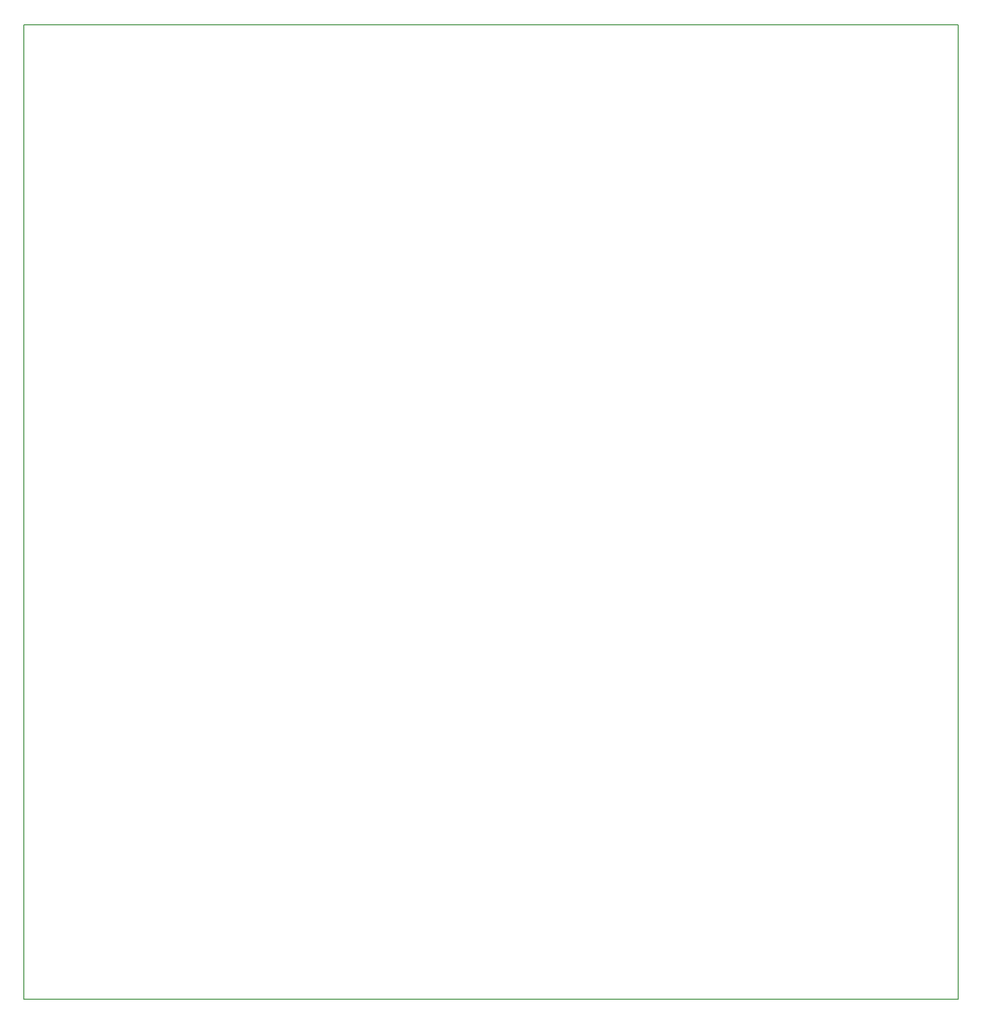
<source format=gbr>
%TF.GenerationSoftware,KiCad,Pcbnew,9.0.3*%
%TF.CreationDate,2025-08-21T13:00:16+03:00*%
%TF.ProjectId,Solar Cooling Project,536f6c61-7220-4436-9f6f-6c696e672050,rev?*%
%TF.SameCoordinates,Original*%
%TF.FileFunction,Profile,NP*%
%FSLAX46Y46*%
G04 Gerber Fmt 4.6, Leading zero omitted, Abs format (unit mm)*
G04 Created by KiCad (PCBNEW 9.0.3) date 2025-08-21 13:00:16*
%MOMM*%
%LPD*%
G01*
G04 APERTURE LIST*
%TA.AperFunction,Profile*%
%ADD10C,0.200000*%
%TD*%
G04 APERTURE END LIST*
D10*
X17000000Y-187500000D02*
X17000000Y-14500000D01*
X19500000Y-187500000D02*
X17000000Y-187500000D01*
X183000000Y-187500000D02*
X19500000Y-187500000D01*
X17000000Y-14500000D02*
X183000000Y-14500000D01*
X183000000Y-14500000D02*
X183000000Y-187500000D01*
M02*

</source>
